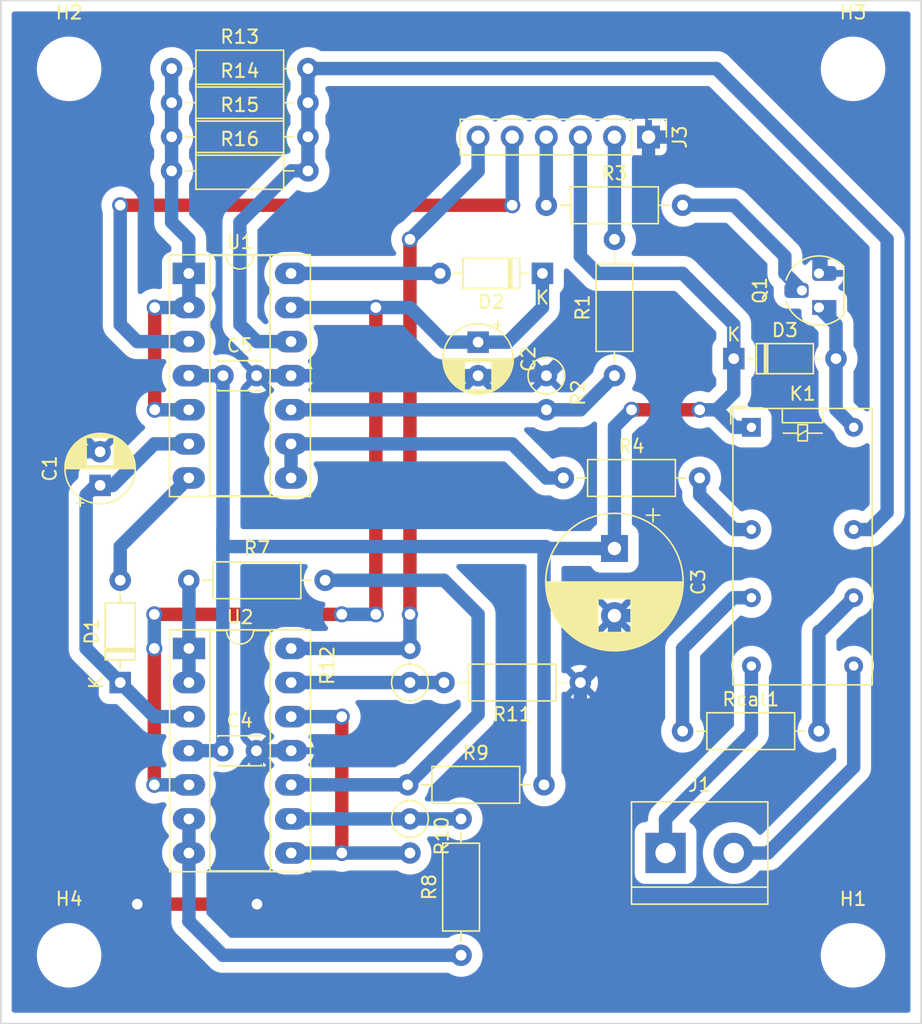
<source format=kicad_pcb>
(kicad_pcb (version 20211014) (generator pcbnew)

  (general
    (thickness 1.6)
  )

  (paper "A4")
  (layers
    (0 "F.Cu" signal)
    (31 "B.Cu" signal)
    (32 "B.Adhes" user "B.Adhesive")
    (33 "F.Adhes" user "F.Adhesive")
    (34 "B.Paste" user)
    (35 "F.Paste" user)
    (36 "B.SilkS" user "B.Silkscreen")
    (37 "F.SilkS" user "F.Silkscreen")
    (38 "B.Mask" user)
    (39 "F.Mask" user)
    (40 "Dwgs.User" user "User.Drawings")
    (41 "Cmts.User" user "User.Comments")
    (42 "Eco1.User" user "User.Eco1")
    (43 "Eco2.User" user "User.Eco2")
    (44 "Edge.Cuts" user)
    (45 "Margin" user)
    (46 "B.CrtYd" user "B.Courtyard")
    (47 "F.CrtYd" user "F.Courtyard")
    (48 "B.Fab" user)
    (49 "F.Fab" user)
    (50 "User.1" user)
    (51 "User.2" user)
    (52 "User.3" user)
    (53 "User.4" user)
    (54 "User.5" user)
    (55 "User.6" user)
    (56 "User.7" user)
    (57 "User.8" user)
    (58 "User.9" user)
  )

  (setup
    (stackup
      (layer "F.SilkS" (type "Top Silk Screen"))
      (layer "F.Paste" (type "Top Solder Paste"))
      (layer "F.Mask" (type "Top Solder Mask") (thickness 0.01))
      (layer "F.Cu" (type "copper") (thickness 0.035))
      (layer "dielectric 1" (type "core") (thickness 1.51) (material "FR4") (epsilon_r 4.5) (loss_tangent 0.02))
      (layer "B.Cu" (type "copper") (thickness 0.035))
      (layer "B.Mask" (type "Bottom Solder Mask") (thickness 0.01))
      (layer "B.Paste" (type "Bottom Solder Paste"))
      (layer "B.SilkS" (type "Bottom Silk Screen"))
      (copper_finish "None")
      (dielectric_constraints no)
    )
    (pad_to_mask_clearance 0)
    (pcbplotparams
      (layerselection 0x00010fc_ffffffff)
      (disableapertmacros false)
      (usegerberextensions false)
      (usegerberattributes true)
      (usegerberadvancedattributes true)
      (creategerberjobfile true)
      (svguseinch false)
      (svgprecision 6)
      (excludeedgelayer true)
      (plotframeref false)
      (viasonmask false)
      (mode 1)
      (useauxorigin false)
      (hpglpennumber 1)
      (hpglpenspeed 20)
      (hpglpendiameter 15.000000)
      (dxfpolygonmode true)
      (dxfimperialunits true)
      (dxfusepcbnewfont true)
      (psnegative false)
      (psa4output false)
      (plotreference true)
      (plotvalue true)
      (plotinvisibletext false)
      (sketchpadsonfab false)
      (subtractmaskfromsilk false)
      (outputformat 1)
      (mirror false)
      (drillshape 1)
      (scaleselection 1)
      (outputdirectory "")
    )
  )

  (net 0 "")
  (net 1 "GND")
  (net 2 "Net-(C2-Pad1)")
  (net 3 "VCC")
  (net 4 "Net-(D1-Pad2)")
  (net 5 "Net-(D2-Pad2)")
  (net 6 "Net-(D3-Pad2)")
  (net 7 "Net-(J1-Pad2)")
  (net 8 "+3.3V")
  (net 9 "relay_probe")
  (net 10 "freq_input")
  (net 11 "output")
  (net 12 "Net-(R4-Pad2)")
  (net 13 "Net-(U1-Pad12)")
  (net 14 "Net-(Q1-Pad2)")
  (net 15 "Net-(R1-Pad1)")
  (net 16 "Net-(R4-Pad1)")
  (net 17 "Net-(R7-Pad1)")
  (net 18 "Net-(R7-Pad2)")
  (net 19 "Net-(R8-Pad1)")
  (net 20 "Net-(R10-Pad1)")
  (net 21 "Net-(R10-Pad2)")
  (net 22 "Net-(R11-Pad2)")
  (net 23 "Net-(U1-Pad1)")
  (net 24 "Net-(D1-Pad1)")
  (net 25 "Net-(J1-Pad1)")
  (net 26 "Net-(Rcal1-Pad1)")
  (net 27 "Net-(Rcal1-Pad2)")

  (footprint "Resistor_THT:R_Axial_DIN0207_L6.3mm_D2.5mm_P10.16mm_Horizontal" (layer "F.Cu") (at 127 81.28 180))

  (footprint "Resistor_THT:R_Axial_DIN0207_L6.3mm_D2.5mm_P10.16mm_Horizontal" (layer "F.Cu") (at 96.54 43.16))

  (footprint "Resistor_THT:R_Axial_DIN0207_L6.3mm_D2.5mm_P10.16mm_Horizontal" (layer "F.Cu") (at 114.13 88.9))

  (footprint "MountingHole:MountingHole_3.2mm_M3" (layer "F.Cu") (at 88.9 101.6))

  (footprint "Diode_THT:D_DO-35_SOD27_P7.62mm_Horizontal" (layer "F.Cu") (at 138.43 57.15))

  (footprint "MountingHole:MountingHole_3.2mm_M3" (layer "F.Cu") (at 147.32 101.6))

  (footprint "Package_DIP:DIP-14_W7.62mm_Socket_LongPads" (layer "F.Cu") (at 97.83 78.74))

  (footprint "Capacitor_THT:CP_Radial_D10.0mm_P5.00mm" (layer "F.Cu") (at 129.54 71.292323 -90))

  (footprint "Package_TO_SOT_THT:TO-92_HandSolder" (layer "F.Cu") (at 144.78 53.34 90))

  (footprint "Diode_THT:D_DO-35_SOD27_P7.62mm_Horizontal" (layer "F.Cu") (at 92.71 81.28 90))

  (footprint "Capacitor_THT:CP_Radial_D5.0mm_P2.50mm" (layer "F.Cu") (at 91.21 66.589 90))

  (footprint "Capacitor_THT:C_Disc_D3.0mm_W2.0mm_P2.50mm" (layer "F.Cu") (at 100.37 58.42))

  (footprint "Resistor_THT:R_Axial_DIN0207_L6.3mm_D2.5mm_P2.54mm_Vertical" (layer "F.Cu") (at 114.3 81.28 90))

  (footprint "Resistor_THT:R_Axial_DIN0207_L6.3mm_D2.5mm_P10.16mm_Horizontal" (layer "F.Cu") (at 96.54 35.54))

  (footprint "MountingHole:MountingHole_3.2mm_M3" (layer "F.Cu") (at 147.32 35.56))

  (footprint "Resistor_THT:R_Axial_DIN0207_L6.3mm_D2.5mm_P10.16mm_Horizontal" (layer "F.Cu") (at 134.62 84.9))

  (footprint "Capacitor_THT:C_Disc_D3.0mm_W2.0mm_P2.50mm" (layer "F.Cu") (at 100.36 86.365))

  (footprint "Resistor_THT:R_Axial_DIN0207_L6.3mm_D2.5mm_P2.54mm_Vertical" (layer "F.Cu") (at 114.3 91.44 -90))

  (footprint "Resistor_THT:R_Axial_DIN0207_L6.3mm_D2.5mm_P10.16mm_Horizontal" (layer "F.Cu") (at 97.82 73.66))

  (footprint "Resistor_THT:R_Axial_DIN0207_L6.3mm_D2.5mm_P2.54mm_Vertical" (layer "F.Cu") (at 124.47 58.42 -90))

  (footprint "Capacitor_THT:CP_Radial_D5.0mm_P2.50mm" (layer "F.Cu") (at 119.38 55.92 -90))

  (footprint "MountingHole:MountingHole_3.2mm_M3" (layer "F.Cu") (at 88.9 35.56))

  (footprint "TerminalBlock:TerminalBlock_bornier-2_P5.08mm" (layer "F.Cu") (at 133.35 93.98))

  (footprint "Resistor_THT:R_Axial_DIN0207_L6.3mm_D2.5mm_P10.16mm_Horizontal" (layer "F.Cu") (at 118.11 101.6 90))

  (footprint "Resistor_THT:R_Axial_DIN0207_L6.3mm_D2.5mm_P10.16mm_Horizontal" (layer "F.Cu") (at 125.73 66.04))

  (footprint "Resistor_THT:R_Axial_DIN0207_L6.3mm_D2.5mm_P10.16mm_Horizontal" (layer "F.Cu") (at 124.46 45.72))

  (footprint "Resistor_THT:R_Axial_DIN0207_L6.3mm_D2.5mm_P10.16mm_Horizontal" (layer "F.Cu") (at 96.54 40.62))

  (footprint "Relay_THT:Relay_DPDT_Omron_G5V-2" (layer "F.Cu") (at 139.7475 62.2625))

  (footprint "Resistor_THT:R_Axial_DIN0207_L6.3mm_D2.5mm_P10.16mm_Horizontal" (layer "F.Cu") (at 129.54 58.42 90))

  (footprint "Resistor_THT:R_Axial_DIN0207_L6.3mm_D2.5mm_P10.16mm_Horizontal" (layer "F.Cu") (at 96.54 38.08))

  (footprint "Package_DIP:DIP-14_W7.62mm_Socket_LongPads" (layer "F.Cu") (at 97.82 50.8))

  (footprint "Diode_THT:D_DO-35_SOD27_P7.62mm_Horizontal" (layer "F.Cu") (at 124.17 50.8 180))

  (footprint "Connector_PinHeader_2.54mm:PinHeader_1x06_P2.54mm_Vertical" (layer "F.Cu") (at 132.08 40.64 -90))

  (gr_line (start 83.82 106.68) (end 83.82 30.48) (layer "Edge.Cuts") (width 0.1) (tstamp 454b2918-9662-4b95-ad4c-c545932cebe9))
  (gr_line (start 152.4 106.68) (end 83.82 106.68) (layer "Edge.Cuts") (width 0.1) (tstamp 6f310fa8-3974-4980-b5f9-f589e681d085))
  (gr_line (start 152.4 30.48) (end 152.4 106.68) (layer "Edge.Cuts") (width 0.1) (tstamp 9372db47-3d03-4fc4-9f28-5bfbf8824c2a))
  (gr_line (start 83.82 30.48) (end 152.4 30.48) (layer "Edge.Cuts") (width 0.1) (tstamp c6ca7a38-b273-4309-a47d-60465d2bb227))

  (segment (start 102.9 97.79) (end 93.98 97.79) (width 1) (layer "F.Cu") (net 1) (tstamp 65ae24bc-e672-4efd-9ff6-5e54c895baaf))
  (via (at 93.98 97.79) (size 1.2) (drill 0.8) (layers "F.Cu" "B.Cu") (net 1) (tstamp 37fcf46f-6f5c-42c9-95fe-2f80d4fa0df5))
  (via (at 102.9 97.79) (size 1.2) (drill 0.8) (layers "F.Cu" "B.Cu") (net 1) (tstamp a46cdab3-39a7-4a8b-9c59-43c3ff08a32d))
  (segment (start 139.7 53.34) (end 142.24 55.88) (width 1) (layer "B.Cu") (net 1) (tstamp 020e4b2d-5787-4042-971e-e621ab0bfb15))
  (segment (start 142.24 55.88) (end 142.24 64.77) (width 1) (layer "B.Cu") (net 1) (tstamp 10c50364-c090-455b-bba5-3b909ae1b25c))
  (segment (start 133.35 63.5) (end 133.35 74.93) (width 1) (layer "B.Cu") (net 1) (tstamp 1cd3c262-1efa-48c2-9b0d-7b81c35be3ff))
  (segment (start 127 91.44) (end 127 81.28) (width 1) (layer "B.Cu") (net 1) (tstamp 1d41bfde-8a89-4ec5-b6fe-31e0ec12a9e7))
  (segment (start 93.98 97.79) (end 92.71 96.52) (width 1) (layer "B.Cu") (net 1) (tstamp 1e02f477-7960-4139-b8b9-7345d0fdf970))
  (segment (start 127 55.89) (end 127 55.88) (width 1) (layer "B.Cu") (net 1) (tstamp 20c61efd-b3ba-4b82-b0d6-41757e8f0cb8))
  (segment (start 124.47 58.42) (end 127 55.89) (width 1) (layer "B.Cu") (net 1) (tstamp 220878b8-f87a-4132-b8a7-127b22899858))
  (segment (start 138.43 64.77) (end 137.16 63.5) (width 1) (layer "B.Cu") (net 1) (tstamp 26a88bdc-02e3-4fcd-80f0-2ad1ee37cbb7))
  (segment (start 133.35 62.865) (end 133.35 63.5) (width 1) (layer "B.Cu") (net 1) (tstamp 2b54b0c1-e49e-49f8-a2e9-2d1b38f4a120))
  (segment (start 133.35 74.93) (end 131.987677 76.292323) (width 1) (layer "B.Cu") (net 1) (tstamp 2e5adc99-c5ac-46ae-be05-b5496b2f3c0f))
  (segment (start 133.35 48.26) (end 137.16 48.26) (width 1) (layer "B.Cu") (net 1) (tstamp 2fc5c943-ad1e-4ae4-b497-17b25c1c6a51))
  (segment (start 142.24 64.77) (end 138.43 64.77) (width 1) (layer "B.Cu") (net 1) (tstamp 4085f72f-190b-4bcf-81bc-a002c647c6b1))
  (segment (start 105.445 86.365) (end 105.45 86.36) (width 1) (layer "B.Cu") (net 1) (tstamp 4303ce52-9769-41b1-a7c0-bf0b9bde0ab2))
  (segment (start 129.54 78.74) (end 129.54 76.292323) (width 1) (layer "B.Cu") (net 1) (tstamp 44eb6e57-95ea-4af9-8ce5-5877afe6c05a))
  (segment (start 139.7 50.8) (end 139.7 53.34) (width 1) (layer "B.Cu") (net 1) (tstamp 49700d89-782d-45fd-8d50-469432066a48))
  (segment (start 92.71 87.63) (end 92.71 96.52) (width 1) (layer "B.Cu") (net 1) (tstamp 4c532325-b9f2-4daf-8537-cb739158eb84))
  (segment (start 127 55.88) (end 130.81 55.88) (width 1) (layer "B.Cu") (net 1) (tstamp 55704a49-d43f-44b6-99bd-ed71bcedd561))
  (segment (start 101.63 96.52) (end 102.9 97.79) (width 1) (layer "B.Cu") (net 1) (tstamp 560cce4e-ab7a-4638-8ced-4572160bbe5f))
  (segment (start 89.581 64.089) (end 91.21 64.089) (width 1) (layer "B.Cu") (net 1) (tstamp 56540d01-ad17-41cf-8ee2-5ea0687e9d2c))
  (segment (start 132.08 40.64) (end 137.16 40.64) (width 1) (layer "B.Cu") (net 1) (tstamp 638857a9-8c9e-49c5-9b76-5f25acc1a025))
  (segment (start 102.9 97.79) (end 120.65 97.79) (width 1) (layer "B.Cu") (net 1) (tstamp 6636d4c9-b5d7-4f3f-8f02-a38562174730))
  (segment (start 137.16 48.26) (end 139.7 50.8) (width 1) (layer "B.Cu") (net 1) (tstamp 66412122-234d-4baa-9154-4c05518b186d))
  (segment (start 102.86 87.67) (end 101.63 88.9) (width 1) (layer "B.Cu") (net 1) (tstamp 693b36f5-3f31-4b2e-8566-436a63c46d59))
  (segment (start 102.86 86.365) (end 105.445 86.365) (width 1) (layer "B.Cu") (net 1) (tstamp 6be9c9de-4661-49ec-bbee-7cd9f081cdeb))
  (segment (start 130.81 55.88) (end 133.35 58.42) (width 1) (layer "B.Cu") (net 1) (tstamp 74554c45-a8aa-4285-bb4e-6c2b6da0fe9f))
  (segment (start 102.86 86.365) (end 102.86 87.67) (width 1) (layer "B.Cu") (net 1) (tstamp 7f39fc8b-fc2e-417a-8ba5-f366a2d7472f))
  (segment (start 132.08 46.99) (end 133.35 48.26) (width 1) (layer "B.Cu") (net 1) (tstamp 8020ffa5-d6e1-4817-b2af-9c1b8aeeb5a0))
  (segment (start 137.16 63.5) (end 133.35 63.5) (width 1) (layer "B.Cu") (net 1) (tstamp 841f4a43-d480-44e6-84bf-1aa74c984986))
  (segment (start 131.987677 76.292323) (end 129.54 76.292323) (width 1) (layer "B.Cu") (net 1) (tstamp 894066c7-48df-400f-b2a5-7dd30917c1b4))
  (segment (start 124.47 58.42) (end 105.44 58.42) (width 1) (layer "B.Cu") (net 1) (tstamp 8cab4e8c-bf70-4558-b7ea-f4f19482a78a))
  (segment (start 129.54 78.74) (end 127 81.28) (width 1) (layer "B.Cu") (net 1) (tstamp 97b65063-3f94-44e5-97a9-6c6025138ef8))
  (segment (start 133.35 58.42) (end 133.35 62.865) (width 1) (layer "B.Cu") (net 1) (tstamp aac08119-8c5f-4181-90de-b702b3735dda))
  (segment (start 87.63 82.55) (end 87.63 66.04) (width 1) (layer "B.Cu") (net 1) (tstamp af223d2f-31f2-4b53-92a3-252a327d51b2))
  (segment (start 120.65 97.79) (end 127 91.44) (width 1) (layer "B.Cu") (net 1) (tstamp bef62dd0-8252-45cd-8c2e-14af87d12dd3))
  (segment (start 102.87 58.42) (end 105.44 58.42) (width 1) (layer "B.Cu") (net 1) (tstamp c8e336eb-b8f6-4af4-ad36-e7a3a882e356))
  (segment (start 87.63 82.55) (end 92.71 87.63) (width 1) (layer "B.Cu") (net 1) (tstamp d9fe2d1d-a5cf-4055-b985-aac5afe82143))
  (segment (start 87.63 66.04) (end 89.581 64.089) (width 1) (layer "B.Cu") (net 1) (tstamp e1a9306f-83e6-4571-9a22-7303533b8000))
  (segment (start 132.08 40.64) (end 132.08 46.99) (width 1) (layer "B.Cu") (net 1) (tstamp e4d59cb3-5a2b-407e-9d35-7c0d78050a82))
  (segment (start 101.63 88.9) (end 101.63 96.52) (width 1) (layer "B.Cu") (net 1) (tstamp f33e451d-48da-47e0-bba5-225151949bb6))
  (segment (start 144.78 48.26) (end 144.78 50.8) (width 1) (layer "B.Cu") (net 1) (tstamp f73bc53f-3b19-47cf-a1fc-d0073ca0d92f))
  (segment (start 137.16 40.64) (end 144.78 48.26) (width 1) (layer "B.Cu") (net 1) (tstamp ff5f6322-1eb2-49d4-b3e8-3e2d158ee3db))
  (segment (start 109.22 76.2) (end 95.25 76.2) (width 1) (layer "F.Cu") (net 2) (tstamp 1dac5723-14f1-46ff-9907-85568449744c))
  (segment (start 111.76 53.34) (end 111.76 76.2) (width 1) (layer "F.Cu") (net 2) (tstamp 3e431422-57b3-4440-90c7-503a5ffbb56c))
  (segment (start 95.25 78.74) (end 95.25 88.9) (width 1) (layer "F.Cu") (net 2) (tstamp a0ea029b-4f24-4e2e-ae9a-941b194148d5))
  (via (at 109.22 76.2) (size 1.2) (drill 0.8) (layers "F.Cu" "B.Cu") (net 2) (tstamp 5cc1f4d0-69ee-4411-85e5-b648f60e68d0))
  (via (at 111.76 76.2) (size 1.2) (drill 0.8) (layers "F.Cu" "B.Cu") (net 2) (tstamp 8b15b899-f636-4295-8f1e-e788dedc5e76))
  (via (at 95.25 76.2) (size 1.2) (drill 0.8) (layers "F.Cu" "B.Cu") (net 2) (tstamp 8fe6b744-fe7f-4248-895f-25d3980543cd))
  (via (at 111.76 53.34) (size 1.2) (drill 0.8) (layers "F.Cu" "B.Cu") (net 2) (tstamp 96fd1e17-5e64-4970-916a-2fa813504e38))
  (via (at 95.25 88.9) (size 1.2) (drill 0.8) (layers "F.Cu" "B.Cu") (net 2) (tstamp a1e05000-66da-4231-a5d6-9e4df511cf7f))
  (via (at 95.25 78.74) (size 1.2) (drill 0.8) (layers "F.Cu" "B.Cu") (net 2) (tstamp e08bdd92-6be2-4c7f-adb3-290214912524))
  (segment (start 95.25 76.2) (end 95.25 78.74) (width 1) (layer "B.Cu") (net 2) (tstamp 0ba6b04a-96a6-4be1-956e-4fb191ac8819))
  (segment (start 124.17 53.34) (end 124.17 50.8) (width 1) (layer "B.Cu") (net 2) (tstamp 231ca5f5-2c9e-4b7b-ac26-3f36beb5f299))
  (segment (start 111.76 53.34) (end 105.44 53.34) (width 1) (layer "B.Cu") (net 2) (tstamp 2d4c606f-15f2-4d04-930c-581207533d57))
  (segment (start 111.76 53.34) (end 114.3 53.34) (width 1) (layer "B.Cu") (net 2) (tstamp 534f6b59-92ad-412b-b6e6-445918bbfeda))
  (segment (start 111.76 76.2) (end 109.22 76.2) (width 1) (layer "B.Cu") (net 2) (tstamp 66e9b452-df10-4239-b0fe-4fd183a9473f))
  (segment (start 119.38 55.92) (end 121.59 55.92) (width 1) (layer "B.Cu") (net 2) (tstamp 70dae736-3394-4ad5-94ab-abb68736e0a4))
  (segment (start 114.3 53.34) (end 116.85 55.92) (width 1) (layer "B.Cu") (net 2) (tstamp 754583a3-066e-4c85-8ad8-f9d463be082f))
  (segment (start 116.85 55.92) (end 119.38 55.92) (width 1) (layer "B.Cu") (net 2) (tstamp 8cca0e8b-09ea-46de-963a-9755aa8b00ea))
  (segment (start 121.59 55.92) (end 124.17 53.34) (width 1) (layer "B.Cu") (net 2) (tstamp 92c45e81-4811-4630-bea4-9e356fe209db))
  (segment (start 97.83 88.9) (end 95.25 88.9) (width 1) (layer "B.Cu") (net 2) (tstamp b2e037f9-3a9c-4741-9b42-25d76841109f))
  (segment (start 130.81 60.96) (end 135.89 60.96) (width 1) (layer "F.Cu") (net 3) (tstamp ee04562a-383a-4d25-8a43-2eab3657794f))
  (via (at 135.89 60.96) (size 1.2) (drill 0.8) (layers "F.Cu" "B.Cu") (net 3) (tstamp 3262ef24-d6dd-43a2-952e-0ba155dfeecc))
  (via (at 130.81 60.96) (size 1.2) (drill 0.8) (layers "F.Cu" "B.Cu") (net 3) (tstamp a065b29f-7d5c-42a8-99b6-33497d4a7f2d))
  (segment (start 100.37 58.42) (end 97.82 58.42) (width 1) (layer "B.Cu") (net 3) (tstamp 05097efa-849b-4c13-9558-3f9e2189779a))
  (segment (start 135.89 60.96) (end 137.16 60.96) (width 1) (layer "B.Cu") (net 3) (tstamp 0d8f781e-9468-4f53-97d0-837e802b195a))
  (segment (start 100.37 58.42) (end 100.37 69.84) (width 1) (layer "B.Cu") (net 3) (tstamp 2645e17a-56d3-4838-8e3e-779bebaf9c11))
  (segment (start 139.7475 62.2625) (end 138.4625 62.2625) (width 1) (layer "B.Cu") (net 3) (tstamp 31e8a603-f5da-455e-9958-1cfa9c66027d))
  (segment (start 97.83 86.36) (end 100.355 86.36) (width 1) (layer "B.Cu") (net 3) (tstamp 5beca7ce-8442-4638-8ea4-34a5d519d2d9))
  (segment (start 134.62 50.8) (end 138.43 54.61) (width 1) (layer "B.Cu") (net 3) (tstamp 67177a0c-523d-4a2a-ad3a-3e966c2ed53e))
  (segment (start 138.4625 62.2625) (end 137.16 60.96) (width 1) (layer "B.Cu") (net 3) (tstamp 6d1f99f2-f476-4355-8c9f-5510f4e863d8))
  (segment (start 128.27 50.8) (end 134.62 50.8) (width 1) (layer "B.Cu") (net 3) (tstamp 8e31853d-bc09-4fe6-a7f3-762105ec8088))
  (segment (start 100.36 71.15) (end 100.36 69.85) (width 1) (layer "B.Cu") (net 3) (tstamp aca4669e-9185-4d16-bbb6-00b64f234067))
  (segment (start 124.29 88.9) (end 124.29 71.29) (width 1) (layer "B.Cu") (net 3) (tstamp bbbd0237-eecd-4deb-a9bd-4daa13d58749))
  (segment (start 127 40.64) (end 127 49.53) (width 1) (layer "B.Cu") (net 3) (tstamp c2a1bfb5-b0c1-4bb0-b3ff-b9b2278cd34f))
  (segment (start 124.292323 71.292323) (end 124.29 71.29) (width 1) (layer "B.Cu") (net 3) (tstamp c962cbb1-75f6-4544-9ec2-df4f9527572d))
  (segment (start 100.36 86.020354) (end 100.36 71.15) (width 1) (layer "B.Cu") (net 3) (tstamp cfb7851f-f212-4564-9fb9-8220909ca9b8))
  (segment (start 129.54 62.23) (end 129.54 71.292323) (width 1) (layer "B.Cu") (net 3) (tstamp da9fff9d-b76f-4dc3-a6ce-703d1a4e36cb))
  (segment (start 138.43 54.61) (end 138.43 57.15) (width 1) (layer "B.Cu") (net 3) (tstamp dcd38714-3e6a-404d-bb8c-76b90a49a863))
  (segment (start 129.54 62.23) (end 130.81 60.96) (width 1) (layer "B.Cu") (net 3) (tstamp e06bbc48-e92c-4335-9d75-d7bfb4ded14c))
  (segment (start 138.43 57.15) (end 138.43 59.69) (width 1) (layer "B.Cu") (net 3) (tstamp e2310bbb-f6f5-4d05-a4fe-ab66c60fe42e))
  (segment (start 124.43 71.15) (end 100.36 71.15) (width 1) (layer "B.Cu") (net 3) (tstamp ece18ed2-cc2c-43fb-9656-7faf27c0b476))
  (segment (start 127 49.53) (end 128.27 50.8) (width 1) (layer "B.Cu") (net 3) (tstamp eeb34398-5841-4fb3-9ea7-eadb4d9f93f6))
  (segment (start 129.54 71.292323) (end 124.292323 71.292323) (width 1) (layer "B.Cu") (net 3) (tstamp ef2689f8-d9ad-409a-b858-4c801de81bcf))
  (segment (start 137.16 60.96) (end 138.43 59.69) (width 1) (layer "B.Cu") (net 3) (tstamp f3a8563f-2e6d-4bc0-a51d-6c0647939ba0))
  (segment (start 100.355 86.36) (end 100.36 86.365) (width 1) (layer "B.Cu") (net 3) (tstamp f6883890-a207-40dd-861d-17aa69a2077d))
  (segment (start 92.71 71.15) (end 97.82 66.04) (width 1) (layer "B.Cu") (net 4) (tstamp 1cd4674d-7405-4733-9e63-544f3450a337))
  (segment (start 92.71 73.66) (end 92.71 71.15) (width 1) (layer "B.Cu") (net 4) (tstamp 3e97390b-b9f3-4882-b3a1-a04849db44a8))
  (segment (start 116.55 50.8) (end 105.44 50.8) (width 1) (layer "B.Cu") (net 5) (tstamp 27d0bcaf-9ad0-434b-b654-bc80697496e6))
  (segment (start 146.05 60.945) (end 147.3675 62.2625) (width 1) (layer "B.Cu") (net 6) (tstamp 58d4d1b6-8d0d-412b-a592-02ba6ede76b9))
  (segment (start 146.05 57.15) (end 146.05 54.61) (width 1) (layer "B.Cu") (net 6) (tstamp a3f2ef6d-400c-446c-ad08-801bd94b510a))
  (segment (start 146.05 57.15) (end 146.05 60.945) (width 1) (layer "B.Cu") (net 6) (tstamp b7ef8e07-03dd-43d4-958f-0e4321934b8e))
  (segment (start 146.05 54.61) (end 144.78 53.34) (width 1) (layer "B.Cu") (net 6) (tstamp f7685d7f-a898-437a-bb69-d72ea05f5cb9))
  (segment (start 138.43 93.98) (end 140.97 93.98) (width 1) (layer "B.Cu") (net 7) (tstamp 5c969d8a-fb81-47d4-8581-a47ff1eace2f))
  (segment (start 147.3675 87.5825) (end 147.3675 80.0425) (width 1) (layer "B.Cu") (net 7) (tstamp a16900bf-6767-4699-9247-eb9016473547))
  (segment (start 140.97 93.98) (end 147.3675 87.5825) (width 1) (layer "B.Cu") (net 7) (tstamp df9177df-0abe-4f85-9614-96d1f3db2731))
  (segment (start 129.54 48.26) (end 129.54 40.64) (width 1) (layer "B.Cu") (net 8) (tstamp 9e7fdfba-bf8d-44d2-8229-e11d6281b255))
  (segment (start 124.46 45.72) (end 124.46 40.64) (width 1) (layer "B.Cu") (net 9) (tstamp 31dd884d-b612-4c2d-844b-12e28665a8e7))
  (segment (start 121.92 45.72) (end 92.71 45.72) (width 1) (layer "F.Cu") (net 10) (tstamp 7f0c09b9-4636-4aaa-a347-dd82a1fdaa04))
  (via (at 92.71 45.72) (size 1.2) (drill 0.8) (layers "F.Cu" "B.Cu") (net 10) (tstamp 34172b96-f614-4770-9123-0ac27d013573))
  (via (at 121.92 45.72) (size 1.2) (drill 0.8) (layers "F.Cu" "B.Cu") (net 10) (tstamp b00db934-05b2-4d03-ab4a-321919a1a792))
  (segment (start 121.92 45.72) (end 121.92 40.64) (width 1) (layer "B.Cu") (net 10) (tstamp 87181249-b8e4-4c89-b9e5-6ccd82b2c089))
  (segment (start 97.82 55.88) (end 93.98 55.88) (width 1) (layer "B.Cu") (net 10) (tstamp 957e7e11-20fb-42ae-bc41-c95ef5d15098))
  (segment (start 93.98 55.88) (end 92.71 54.61) (width 1) (layer "B.Cu") (net 10) (tstamp c416ea08-be4a-4487-90ae-09afc541331f))
  (segment (start 92.71 54.61) (end 92.71 45.72) (width 1) (layer "B.Cu") (net 10) (tstamp c673bb06-f8ee-4258-983e-460192248746))
  (segment (start 114.3 48.26) (end 114.3 76.2) (width 1) (layer "F.Cu") (net 11) (tstamp c5ea232d-de75-4c32-898d-45ada113bfef))
  (via (at 114.3 76.2) (size 1.2) (drill 0.8) (layers "F.Cu" "B.Cu") (net 11) (tstamp 25dd14e2-284a-4597-9b8b-3a204c51ab3a))
  (via (at 114.3 48.26) (size 1.2) (drill 0.8) (layers "F.Cu" "B.Cu") (net 11) (tstamp 32a43c6c-2380-44a0-bf2e-5125f4720852))
  (segment (start 114.3 76.2) (end 114.3 78.74) (width 1) (layer "B.Cu") (net 11) (tstamp 3e85a44e-5673-440e-af0b-9ac7379c2f05))
  (segment (start 119.38 43.18) (end 114.3 48.26) (width 1) (layer "B.Cu") (net 11) (tstamp 90b64d00-4d73-4363-adf2-a29da60c8ef1))
  (segment (start 119.38 40.64) (end 119.38 43.18) (width 1) (layer "B.Cu") (net 11) (tstamp b804dbac-a625-4f66-b5a2-bd2a14258903))
  (segment (start 114.3 78.74) (end 105.45 78.74) (width 1) (layer "B.Cu") (net 11) (tstamp c58b8546-8129-4075-920f-2be3a12e4f65))
  (segment (start 135.89 67.31) (end 135.89 66.04) (width 1) (layer "B.Cu") (net 12) (tstamp 258091bf-288c-4e33-8d12-facddc753cbd))
  (segment (start 139.7475 69.8825) (end 138.4625 69.8825) (width 1) (layer "B.Cu") (net 12) (tstamp b17429f8-1ea9-4b72-a210-09a3f2caadaf))
  (segment (start 138.4625 69.8825) (end 135.89 67.31) (width 1) (layer "B.Cu") (net 12) (tstamp c7e897c3-05e6-4a89-8a1a-4c2e7164609b))
  (segment (start 106.7 43.16) (end 105.46 43.16) (width 1) (layer "B.Cu") (net 13) (tstamp 0d62c76d-d15d-4217-8725-08c8afa8cd8a))
  (segment (start 105.46 43.16) (end 101.63 46.99) (width 1) (layer "B.Cu") (net 13) (tstamp 1b3a076f-fe3f-42bd-9662-86f711917374))
  (segment (start 148.5575 69.8825) (end 147.3675 69.8825) (width 1) (layer "B.Cu") (net 13) (tstamp 20db7a96-2814-4ee7-8aea-e0fdacf8196a))
  (segment (start 149.86 68.58) (end 148.5575 69.8825) (width 1) (layer "B.Cu") (net 13) (tstamp 33d426fc-5510-4328-8866-0e6891813236))
  (segment (start 106.7 38.08) (end 106.7 35.54) (width 1) (layer "B.Cu") (net 13) (tstamp 59d16a28-8458-47d2-a648-58fbb98c5b9a))
  (segment (start 101.63 46.99) (end 101.63 54.61) (width 1) (layer "B.Cu") (net 13) (tstamp 636ab63a-9987-46ef-8519-494fb39afce3))
  (segment (start 105.44 55.88) (end 102.9 55.88) (width 1) (layer "B.Cu") (net 13) (tstamp 9b235c9f-6492-4364-9e4a-78e21f20adca))
  (segment (start 102.9 55.88) (end 101.63 54.61) (width 1) (layer "B.Cu") (net 13) (tstamp d3724037-4d98-49f9-a8ae-809e2d799b22))
  (segment (start 106.7 40.62) (end 106.7 39.36) (width 1) (layer "B.Cu") (net 13) (tstamp e0c98ab6-f34d-4f53-bd5e-50451144286f))
  (segment (start 137.14 35.54) (end 149.86 48.26) (width 1) (layer "B.Cu") (net 13) (tstamp e710c0e5-90c4-4770-91d4-41d4bc0b5d55))
  (segment (start 106.7 35.54) (end 137.14 35.54) (width 1) (layer "B.Cu") (net 13) (tstamp ea4b06ed-218c-4da5-b7e7-74130b85e152))
  (segment (start 149.86 48.26) (end 149.86 68.58) (width 1) (layer "B.Cu") (net 13) (tstamp fb7417c7-6f2d-41b7-8585-74cd6afe4fe4))
  (segment (start 106.7 39.36) (end 106.7 38.08) (width 1) (layer "B.Cu") (net 13) (tstamp fd71599f-96d4-4a32-8087-5e3fdb2750db))
  (segment (start 106.7 43.16) (end 106.7 40.62) (width 1) (layer "B.Cu") (net 13) (tstamp fe729307-fe35-4f2b-bb65-11f03241ac45))
  (segment (start 138.43 45.72) (end 142.24 49.53) (width 1) (layer "B.Cu") (net 14) (tstamp 85946a7b-58b7-4efa-ab72-6cf68cf0cf27))
  (segment (start 134.62 45.72) (end 138.43 45.72) (width 1) (layer "B.Cu") (net 14) (tstamp c0286ad5-e3e8-4bea-9c56-3b484b0c5a5c))
  (segment (start 142.24 50.8) (end 143.51 52.07) (width 1) (layer "B.Cu") (net 14) (tstamp cb9a328d-41f5-44a3-997c-56dcc31523ad))
  (segment (start 142.24 49.53) (end 142.24 50.8) (width 1) (layer "B.Cu") (net 14) (tstamp cd0e1484-1943-4614-84cc-347eefd4f8b3))
  (segment (start 127 60.96) (end 129.54 58.42) (width 1) (layer "B.Cu") (net 15) (tstamp 525d5bae-e044-4e5a-829c-318a13a8e077))
  (segment (start 124.47 60.96) (end 127 60.96) (width 1) (layer "B.Cu") (net 15) (tstamp 79f4e45b-8855-4bf8-878d-8bfea14aa243))
  (segment (start 105.44 60.96) (end 124.47 60.96) (width 1) (layer "B.Cu") (net 15) (tstamp eb5b9abc-ba73-43f0-851e-caf38ff21eb6))
  (segment (start 124.46 66.04) (end 125.73 66.04) (width 1) (layer "B.Cu") (net 16) (tstamp 615f3d8a-5913-4b78-996b-60ec705cfcf7))
  (segment (start 105.44 63.5) (end 105.44 66.04) (width 1) (layer "B.Cu") (net 16) (tstamp 6305bef7-b996-4aea-90a7-2c53e2ae9599))
  (segment (start 105.44 63.5) (end 121.92 63.5) (width 1) (layer "B.Cu") (net 16) (tstamp 636ed017-03b3-40aa-9598-9fb31b4cd3e5))
  (segment (start 121.92 63.5) (end 124.46 66.04) (width 1) (layer "B.Cu") (net 16) (tstamp 9947a607-c513-4d36-ad28-3c15f2088303))
  (segment (start 97.83 73.67) (end 97.82 73.66) (width 1) (layer "B.Cu") (net 17) (tstamp 34d4b183-f081-4f9f-a44b-7e747494a372))
  (segment (start 97.83 78.74) (end 97.83 73.67) (width 1) (layer "B.Cu") (net 17) (tstamp ca6795ce-51c8-4fdb-bfef-d26bfeb565c9))
  (segment (start 97.83 81.28) (end 97.83 78.74) (width 1) (layer "B.Cu") (net 17) (tstamp cc4f3116-5d4f-4210-a69a-9c8e25b7dd27))
  (segment (start 119.38 76.2) (end 119.38 83.65) (width 1) (layer "B.Cu") (net 18) (tstamp 734c082c-5ab3-44ad-b386-7e77140ea2f8))
  (segment (start 105.45 88.9) (end 114.13 88.9) (width 1) (layer "B.Cu") (net 18) (tstamp 8f1ac3da-1508-4443-b795-2077e546e8c0))
  (segment (start 116.84 73.66) (end 119.38 76.2) (width 1) (layer "B.Cu") (net 18) (tstamp b8b04ed0-ee46-4036-9181-9cd16d8fa11d))
  (segment (start 119.38 83.65) (end 114.13 88.9) (width 1) (layer "B.Cu") (net 18) (tstamp cb28c6d4-717c-4558-9c86-ec39ec3f9f20))
  (segment (start 107.98 73.66) (end 116.84 73.66) (width 1) (layer "B.Cu") (net 18) (tstamp eb3e0024-11e5-4651-b855-2be194000f3e))
  (segment (start 100.36 101.6) (end 97.82 99.06) (width 1) (layer "B.Cu") (net 19) (tstamp 33539953-d6d9-4ba5-af2a-f591bab16c21))
  (segment (start 97.83 93.98) (end 97.83 91.44) (width 1) (layer "B.Cu") (net 19) (tstamp 53d2efef-6302-4f48-8af1-d042b0a3fdb7))
  (segment (start 97.83 99.05) (end 97.83 93.98) (width 1) (layer "B.Cu") (net 19) (tstamp 628bf6d4-c08d-49fc-a4fb-3545cc512ba4))
  (segment (start 97.82 99.06) (end 97.83 99.05) (width 1) (layer "B.Cu") (net 19) (tstamp 9a4d1839-e8e9-4179-bb2e-ce622026228f))
  (segment (start 118.11 101.6) (end 100.36 101.6) (width 1) (layer "B.Cu") (net 19) (tstamp a0805f04-3059-4d9b-9f62-4aff971a7c72))
  (segment (start 114.3 91.44) (end 118.11 91.44) (width 1) (layer "B.Cu") (net 20) (tstamp 24a484e5-3679-47f4-a5d2-2dd0e3229e85))
  (segment (start 114.3 91.44) (end 105.45 91.44) (width 1) (layer "B.Cu") (net 20) (tstamp f48d54a8-3c5c-4bab-92c6-48303985c115))
  (segment (start 109.22 83.82) (end 109.22 93.98) (width 1) (layer "F.Cu") (net 21) (tstamp 8d3f3a79-7dfc-403d-9701-ef4aff758b4b))
  (via (at 109.22 83.82) (size 1.2) (drill 0.8) (layers "F.Cu" "B.Cu") (net 21) (tstamp b75b627c-9fcc-4ed2-bae0-b22a91af1d67))
  (via (at 109.22 93.98) (size 1.2) (drill 0.8) (layers "F.Cu" "B.Cu") (net 21) (tstamp dcb6794d-6a2e-4737-88b2-f4bf78bafcff))
  (segment (start 105.45 93.98) (end 114.3 93.98) (width 1) (layer "B.Cu") (net 21) (tstamp 2fab1349-3521-4fd1-aa3f-c39d34cd1cc4))
  (segment (start 105.45 83.82) (end 109.22 83.82) (width 1) (layer "B.Cu") (net 21) (tstamp fb2743be-db79-41e2-87e3-c09e3d7fc561))
  (segment (start 105.45 81.28) (end 114.3 81.28) (width 1) (layer "B.Cu") (net 22) (tstamp 055ab80c-a760-4b37-b736-b2356893c876))
  (segment (start 114.3 81.28) (end 116.84 81.28) (width 1) (layer "B.Cu") (net 22) (tstamp c10856bf-9e21-41ed-a98d-7d5336cbc961))
  (segment (start 95.28 60.96) (end 95.28 53.34) (width 1) (layer "F.Cu") (net 23) (tstamp 626b306d-f880-469b-a264-90c2addb64d7))
  (via (at 95.28 53.34) (size 1.2) (drill 0.8) (layers "F.Cu" "B.Cu") (net 23) (tstamp 4c4d555e-a4de-4cf4-bc3f-e0350910d06c))
  (via (at 95.28 60.96) (size 1.2) (drill 0.8) (layers "F.Cu" "B.Cu") (net 23) (tstamp abdce51e-2891-4e9c-be9e-f2abcd4189fa))
  (segment (start 96.54 40.62) (end 96.54 43.16) (width 1) (layer "B.Cu") (net 23) (tstamp 1d9d4b82-2045-4652-bfd4-be07743b4eb8))
  (segment (start 97.82 50.8) (end 97.82 53.34) (width 1) (layer "B.Cu") (net 23) (tstamp 3340e314-70f2-4379-bd68-8fe11b3acd6b))
  (segment (start 97.82 48.26) (end 96.54 46.98) (width 1) (layer "B.Cu") (net 23) (tstamp 44d12362-06d8-437d-8015-b03b88fdb393))
  (segment (start 96.54 35.54) (end 96.54 38.08) (width 1) (layer "B.Cu") (net 23) (tstamp 5d30fe56-3846-4458-9aa1-5cd4a04eaff4))
  (segment (start 95.28 53.34) (end 97.82 53.34) (width 1) (layer "B.Cu") (net 23) (tstamp 5d519fe8-fc77-499c-b1e9-e394526dd297))
  (segment (start 96.54 46.98) (end 96.54 43.16) (width 1) (layer "B.Cu") (net 23) (tstamp 6d43ac0a-3d96-415c-aee4-4f38c35e8a29))
  (segment (start 97.82 60.96) (end 95.28 60.96) (width 1) (layer "B.Cu") (net 23) (tstamp 89b64cc0-6a50-4ab6-af12-2510fd1a7bfe))
  (segment (start 96.54 38.08) (end 96.54 40.62) (width 1) (layer "B.Cu") (net 23) (tstamp 94bf2f9b-af48-4990-9fda-b3dc993e69ed))
  (segment (start 97.82 50.8) (end 97.82 48.26) (width 1) (layer "B.Cu") (net 23) (tstamp dba5cf4c-3155-44e1-a9c4-ab35e2ff34e4))
  (segment (start 97.83 83.82) (end 95.25 83.82) (width 1) (layer "B.Cu") (net 24) (tstamp 12fb7cf8-34b5-4b66-ab69-57c497b60a81))
  (segment (start 95.25 83.82) (end 92.71 81.28) (width 1) (layer "B.Cu") (net 24) (tstamp 22490fe6-74c6-47d7-8b5d-eb7d4e4923a0))
  (segment (start 90.891 66.589) (end 90.17 67.31) (width 1) (layer "B.Cu") (net 24) (tstamp 3f73ba5e-882d-48f6-af9c-e09baea1f6cc))
  (segment (start 90.17 67.31) (end 90.17 78.74) (width 1) (layer "B.Cu") (net 24) (tstamp 466eff85-47ee-4e1b-8ce6-bd4eea794a8a))
  (segment (start 90.17 78.74) (end 92.71 81.28) (width 1) (layer "B.Cu") (net 24) (tstamp 66ddb17d-e5e5-410b-83c5-a57559a89d7c))
  (segment (start 91.21 66.589) (end 90.891 66.589) (width 1) (layer "B.Cu") (net 24) (tstamp 8f36f1e1-2513-4d31-b749-58c19ad07116))
  (segment (start 95.25 63.5) (end 97.82 63.5) (width 1) (layer "B.Cu") (net 24) (tstamp bf893716-91ab-4b0d-acc5-92db4604eabe))
  (segment (start 91.21 66.589) (end 92.161 66.589) (width 1) (layer "B.Cu") (net 24) (tstamp cfc84ded-bc01-4298-8b1e-283ebfc2275c))
  (segment (start 92.161 66.589) (end 95.25 63.5) (width 1) (layer "B.Cu") (net 24) (tstamp e18308df-e0f8-4269-a344-e20a3154d2df))
  (segment (start 139.7475 85.0425) (end 139.7475 80.0425) (width 1) (layer "B.Cu") (net 25) (tstamp 15e993dc-5726-4198-83b5-0b93121273ba))
  (segment (start 133.35 91.44) (end 139.7475 85.0425) (width 1) (layer "B.Cu") (net 25) (tstamp 2a71dedb-35a5-4de8-9eb0-28360ad32fb0))
  (segment (start 133.35 93.98) (end 133.35 91.44) (width 1) (layer "B.Cu") (net 25) (tstamp a58d807c-9190-430c-a7a8-33f04dd61962))
  (segment (start 134.62 78.74) (end 134.62 84.9) (width 1) (layer "B.Cu") (net 26) (tstamp 2448081d-9d01-4a66-ad73-ef30193d528a))
  (segment (start 139.7475 74.9625) (end 138.3975 74.9625) (width 1) (layer "B.Cu") (net 26) (tstamp 5f3551fe-13e1-45ce-b0b0-f7aefecbfb2e))
  (segment (start 138.3975 74.9625) (end 134.62 78.74) (width 1) (layer "B.Cu") (net 26) (tstamp d1b63644-74ce-4794-894b-f58594909096))
  (segment (start 
... [233810 chars truncated]
</source>
